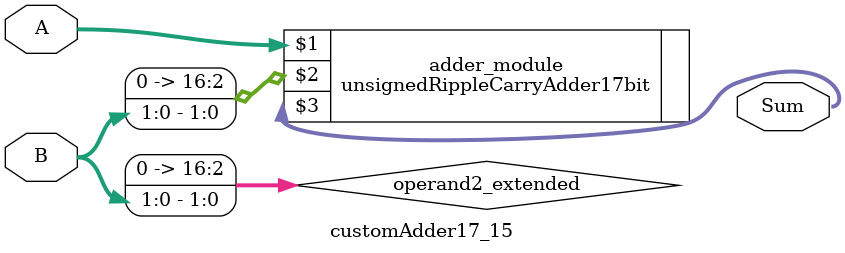
<source format=v>

module customAdder17_15(
                    input [16 : 0] A,
                    input [1 : 0] B,
                    
                    output [17 : 0] Sum
            );

    wire [16 : 0] operand2_extended;
    
    assign operand2_extended =  {15'b0, B};
    
    unsignedRippleCarryAdder17bit adder_module(
        A,
        operand2_extended,
        Sum
    );
    
endmodule
        
</source>
